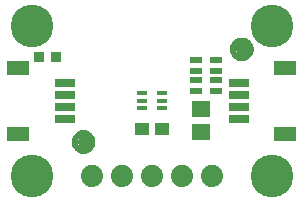
<source format=gbr>
G04 EAGLE Gerber RS-274X export*
G75*
%MOMM*%
%FSLAX34Y34*%
%LPD*%
%INSoldermask Top*%
%IPPOS*%
%AMOC8*
5,1,8,0,0,1.08239X$1,22.5*%
G01*
%ADD10R,1.601600X1.341600*%
%ADD11R,1.176600X1.101600*%
%ADD12R,1.001600X0.551600*%
%ADD13C,3.617600*%
%ADD14R,1.651600X0.701600*%
%ADD15R,1.901600X1.301600*%
%ADD16C,1.101600*%
%ADD17C,0.469900*%
%ADD18R,0.901600X0.901600*%
%ADD19C,1.879600*%
%ADD20R,0.901600X0.451600*%


D10*
X168275Y81890D03*
X168275Y62890D03*
D11*
X135500Y64770D03*
X118500Y64770D03*
D12*
X164220Y97490D03*
X181220Y97490D03*
X164220Y106490D03*
X164220Y114490D03*
X164220Y123490D03*
X181220Y123490D03*
X181220Y106490D03*
X181220Y114490D03*
D13*
X25400Y152400D03*
X228600Y152400D03*
D14*
X200920Y83900D03*
X200920Y93900D03*
X200920Y73900D03*
X200920Y103900D03*
D15*
X239920Y60900D03*
X239920Y116900D03*
D14*
X53080Y93900D03*
X53080Y83900D03*
X53080Y103900D03*
X53080Y73900D03*
D15*
X14080Y116900D03*
X14080Y60900D03*
D16*
X69215Y53975D03*
D17*
X69215Y61475D02*
X69034Y61473D01*
X68853Y61466D01*
X68672Y61455D01*
X68491Y61440D01*
X68311Y61420D01*
X68131Y61396D01*
X67952Y61368D01*
X67774Y61335D01*
X67597Y61298D01*
X67420Y61257D01*
X67245Y61212D01*
X67070Y61162D01*
X66897Y61108D01*
X66726Y61050D01*
X66555Y60988D01*
X66387Y60921D01*
X66220Y60851D01*
X66054Y60777D01*
X65891Y60698D01*
X65730Y60616D01*
X65570Y60530D01*
X65413Y60440D01*
X65258Y60346D01*
X65105Y60249D01*
X64955Y60147D01*
X64807Y60043D01*
X64661Y59934D01*
X64519Y59823D01*
X64379Y59707D01*
X64242Y59589D01*
X64107Y59467D01*
X63976Y59342D01*
X63848Y59214D01*
X63723Y59083D01*
X63601Y58948D01*
X63483Y58811D01*
X63367Y58671D01*
X63256Y58529D01*
X63147Y58383D01*
X63043Y58235D01*
X62941Y58085D01*
X62844Y57932D01*
X62750Y57777D01*
X62660Y57620D01*
X62574Y57460D01*
X62492Y57299D01*
X62413Y57136D01*
X62339Y56970D01*
X62269Y56803D01*
X62202Y56635D01*
X62140Y56464D01*
X62082Y56293D01*
X62028Y56120D01*
X61978Y55945D01*
X61933Y55770D01*
X61892Y55593D01*
X61855Y55416D01*
X61822Y55238D01*
X61794Y55059D01*
X61770Y54879D01*
X61750Y54699D01*
X61735Y54518D01*
X61724Y54337D01*
X61717Y54156D01*
X61715Y53975D01*
X69215Y61475D02*
X69396Y61473D01*
X69577Y61466D01*
X69758Y61455D01*
X69939Y61440D01*
X70119Y61420D01*
X70299Y61396D01*
X70478Y61368D01*
X70656Y61335D01*
X70833Y61298D01*
X71010Y61257D01*
X71185Y61212D01*
X71360Y61162D01*
X71533Y61108D01*
X71704Y61050D01*
X71875Y60988D01*
X72043Y60921D01*
X72210Y60851D01*
X72376Y60777D01*
X72539Y60698D01*
X72700Y60616D01*
X72860Y60530D01*
X73017Y60440D01*
X73172Y60346D01*
X73325Y60249D01*
X73475Y60147D01*
X73623Y60043D01*
X73769Y59934D01*
X73911Y59823D01*
X74051Y59707D01*
X74188Y59589D01*
X74323Y59467D01*
X74454Y59342D01*
X74582Y59214D01*
X74707Y59083D01*
X74829Y58948D01*
X74947Y58811D01*
X75063Y58671D01*
X75174Y58529D01*
X75283Y58383D01*
X75387Y58235D01*
X75489Y58085D01*
X75586Y57932D01*
X75680Y57777D01*
X75770Y57620D01*
X75856Y57460D01*
X75938Y57299D01*
X76017Y57136D01*
X76091Y56970D01*
X76161Y56803D01*
X76228Y56635D01*
X76290Y56464D01*
X76348Y56293D01*
X76402Y56120D01*
X76452Y55945D01*
X76497Y55770D01*
X76538Y55593D01*
X76575Y55416D01*
X76608Y55238D01*
X76636Y55059D01*
X76660Y54879D01*
X76680Y54699D01*
X76695Y54518D01*
X76706Y54337D01*
X76713Y54156D01*
X76715Y53975D01*
X76713Y53794D01*
X76706Y53613D01*
X76695Y53432D01*
X76680Y53251D01*
X76660Y53071D01*
X76636Y52891D01*
X76608Y52712D01*
X76575Y52534D01*
X76538Y52357D01*
X76497Y52180D01*
X76452Y52005D01*
X76402Y51830D01*
X76348Y51657D01*
X76290Y51486D01*
X76228Y51315D01*
X76161Y51147D01*
X76091Y50980D01*
X76017Y50814D01*
X75938Y50651D01*
X75856Y50490D01*
X75770Y50330D01*
X75680Y50173D01*
X75586Y50018D01*
X75489Y49865D01*
X75387Y49715D01*
X75283Y49567D01*
X75174Y49421D01*
X75063Y49279D01*
X74947Y49139D01*
X74829Y49002D01*
X74707Y48867D01*
X74582Y48736D01*
X74454Y48608D01*
X74323Y48483D01*
X74188Y48361D01*
X74051Y48243D01*
X73911Y48127D01*
X73769Y48016D01*
X73623Y47907D01*
X73475Y47803D01*
X73325Y47701D01*
X73172Y47604D01*
X73017Y47510D01*
X72860Y47420D01*
X72700Y47334D01*
X72539Y47252D01*
X72376Y47173D01*
X72210Y47099D01*
X72043Y47029D01*
X71875Y46962D01*
X71704Y46900D01*
X71533Y46842D01*
X71360Y46788D01*
X71185Y46738D01*
X71010Y46693D01*
X70833Y46652D01*
X70656Y46615D01*
X70478Y46582D01*
X70299Y46554D01*
X70119Y46530D01*
X69939Y46510D01*
X69758Y46495D01*
X69577Y46484D01*
X69396Y46477D01*
X69215Y46475D01*
X69034Y46477D01*
X68853Y46484D01*
X68672Y46495D01*
X68491Y46510D01*
X68311Y46530D01*
X68131Y46554D01*
X67952Y46582D01*
X67774Y46615D01*
X67597Y46652D01*
X67420Y46693D01*
X67245Y46738D01*
X67070Y46788D01*
X66897Y46842D01*
X66726Y46900D01*
X66555Y46962D01*
X66387Y47029D01*
X66220Y47099D01*
X66054Y47173D01*
X65891Y47252D01*
X65730Y47334D01*
X65570Y47420D01*
X65413Y47510D01*
X65258Y47604D01*
X65105Y47701D01*
X64955Y47803D01*
X64807Y47907D01*
X64661Y48016D01*
X64519Y48127D01*
X64379Y48243D01*
X64242Y48361D01*
X64107Y48483D01*
X63976Y48608D01*
X63848Y48736D01*
X63723Y48867D01*
X63601Y49002D01*
X63483Y49139D01*
X63367Y49279D01*
X63256Y49421D01*
X63147Y49567D01*
X63043Y49715D01*
X62941Y49865D01*
X62844Y50018D01*
X62750Y50173D01*
X62660Y50330D01*
X62574Y50490D01*
X62492Y50651D01*
X62413Y50814D01*
X62339Y50980D01*
X62269Y51147D01*
X62202Y51315D01*
X62140Y51486D01*
X62082Y51657D01*
X62028Y51830D01*
X61978Y52005D01*
X61933Y52180D01*
X61892Y52357D01*
X61855Y52534D01*
X61822Y52712D01*
X61794Y52891D01*
X61770Y53071D01*
X61750Y53251D01*
X61735Y53432D01*
X61724Y53613D01*
X61717Y53794D01*
X61715Y53975D01*
D16*
X203200Y132461D03*
D17*
X203200Y139961D02*
X203019Y139959D01*
X202838Y139952D01*
X202657Y139941D01*
X202476Y139926D01*
X202296Y139906D01*
X202116Y139882D01*
X201937Y139854D01*
X201759Y139821D01*
X201582Y139784D01*
X201405Y139743D01*
X201230Y139698D01*
X201055Y139648D01*
X200882Y139594D01*
X200711Y139536D01*
X200540Y139474D01*
X200372Y139407D01*
X200205Y139337D01*
X200039Y139263D01*
X199876Y139184D01*
X199715Y139102D01*
X199555Y139016D01*
X199398Y138926D01*
X199243Y138832D01*
X199090Y138735D01*
X198940Y138633D01*
X198792Y138529D01*
X198646Y138420D01*
X198504Y138309D01*
X198364Y138193D01*
X198227Y138075D01*
X198092Y137953D01*
X197961Y137828D01*
X197833Y137700D01*
X197708Y137569D01*
X197586Y137434D01*
X197468Y137297D01*
X197352Y137157D01*
X197241Y137015D01*
X197132Y136869D01*
X197028Y136721D01*
X196926Y136571D01*
X196829Y136418D01*
X196735Y136263D01*
X196645Y136106D01*
X196559Y135946D01*
X196477Y135785D01*
X196398Y135622D01*
X196324Y135456D01*
X196254Y135289D01*
X196187Y135121D01*
X196125Y134950D01*
X196067Y134779D01*
X196013Y134606D01*
X195963Y134431D01*
X195918Y134256D01*
X195877Y134079D01*
X195840Y133902D01*
X195807Y133724D01*
X195779Y133545D01*
X195755Y133365D01*
X195735Y133185D01*
X195720Y133004D01*
X195709Y132823D01*
X195702Y132642D01*
X195700Y132461D01*
X203200Y139961D02*
X203381Y139959D01*
X203562Y139952D01*
X203743Y139941D01*
X203924Y139926D01*
X204104Y139906D01*
X204284Y139882D01*
X204463Y139854D01*
X204641Y139821D01*
X204818Y139784D01*
X204995Y139743D01*
X205170Y139698D01*
X205345Y139648D01*
X205518Y139594D01*
X205689Y139536D01*
X205860Y139474D01*
X206028Y139407D01*
X206195Y139337D01*
X206361Y139263D01*
X206524Y139184D01*
X206685Y139102D01*
X206845Y139016D01*
X207002Y138926D01*
X207157Y138832D01*
X207310Y138735D01*
X207460Y138633D01*
X207608Y138529D01*
X207754Y138420D01*
X207896Y138309D01*
X208036Y138193D01*
X208173Y138075D01*
X208308Y137953D01*
X208439Y137828D01*
X208567Y137700D01*
X208692Y137569D01*
X208814Y137434D01*
X208932Y137297D01*
X209048Y137157D01*
X209159Y137015D01*
X209268Y136869D01*
X209372Y136721D01*
X209474Y136571D01*
X209571Y136418D01*
X209665Y136263D01*
X209755Y136106D01*
X209841Y135946D01*
X209923Y135785D01*
X210002Y135622D01*
X210076Y135456D01*
X210146Y135289D01*
X210213Y135121D01*
X210275Y134950D01*
X210333Y134779D01*
X210387Y134606D01*
X210437Y134431D01*
X210482Y134256D01*
X210523Y134079D01*
X210560Y133902D01*
X210593Y133724D01*
X210621Y133545D01*
X210645Y133365D01*
X210665Y133185D01*
X210680Y133004D01*
X210691Y132823D01*
X210698Y132642D01*
X210700Y132461D01*
X210698Y132280D01*
X210691Y132099D01*
X210680Y131918D01*
X210665Y131737D01*
X210645Y131557D01*
X210621Y131377D01*
X210593Y131198D01*
X210560Y131020D01*
X210523Y130843D01*
X210482Y130666D01*
X210437Y130491D01*
X210387Y130316D01*
X210333Y130143D01*
X210275Y129972D01*
X210213Y129801D01*
X210146Y129633D01*
X210076Y129466D01*
X210002Y129300D01*
X209923Y129137D01*
X209841Y128976D01*
X209755Y128816D01*
X209665Y128659D01*
X209571Y128504D01*
X209474Y128351D01*
X209372Y128201D01*
X209268Y128053D01*
X209159Y127907D01*
X209048Y127765D01*
X208932Y127625D01*
X208814Y127488D01*
X208692Y127353D01*
X208567Y127222D01*
X208439Y127094D01*
X208308Y126969D01*
X208173Y126847D01*
X208036Y126729D01*
X207896Y126613D01*
X207754Y126502D01*
X207608Y126393D01*
X207460Y126289D01*
X207310Y126187D01*
X207157Y126090D01*
X207002Y125996D01*
X206845Y125906D01*
X206685Y125820D01*
X206524Y125738D01*
X206361Y125659D01*
X206195Y125585D01*
X206028Y125515D01*
X205860Y125448D01*
X205689Y125386D01*
X205518Y125328D01*
X205345Y125274D01*
X205170Y125224D01*
X204995Y125179D01*
X204818Y125138D01*
X204641Y125101D01*
X204463Y125068D01*
X204284Y125040D01*
X204104Y125016D01*
X203924Y124996D01*
X203743Y124981D01*
X203562Y124970D01*
X203381Y124963D01*
X203200Y124961D01*
X203019Y124963D01*
X202838Y124970D01*
X202657Y124981D01*
X202476Y124996D01*
X202296Y125016D01*
X202116Y125040D01*
X201937Y125068D01*
X201759Y125101D01*
X201582Y125138D01*
X201405Y125179D01*
X201230Y125224D01*
X201055Y125274D01*
X200882Y125328D01*
X200711Y125386D01*
X200540Y125448D01*
X200372Y125515D01*
X200205Y125585D01*
X200039Y125659D01*
X199876Y125738D01*
X199715Y125820D01*
X199555Y125906D01*
X199398Y125996D01*
X199243Y126090D01*
X199090Y126187D01*
X198940Y126289D01*
X198792Y126393D01*
X198646Y126502D01*
X198504Y126613D01*
X198364Y126729D01*
X198227Y126847D01*
X198092Y126969D01*
X197961Y127094D01*
X197833Y127222D01*
X197708Y127353D01*
X197586Y127488D01*
X197468Y127625D01*
X197352Y127765D01*
X197241Y127907D01*
X197132Y128053D01*
X197028Y128201D01*
X196926Y128351D01*
X196829Y128504D01*
X196735Y128659D01*
X196645Y128816D01*
X196559Y128976D01*
X196477Y129137D01*
X196398Y129300D01*
X196324Y129466D01*
X196254Y129633D01*
X196187Y129801D01*
X196125Y129972D01*
X196067Y130143D01*
X196013Y130316D01*
X195963Y130491D01*
X195918Y130666D01*
X195877Y130843D01*
X195840Y131020D01*
X195807Y131198D01*
X195779Y131377D01*
X195755Y131557D01*
X195735Y131737D01*
X195720Y131918D01*
X195709Y132099D01*
X195702Y132280D01*
X195700Y132461D01*
D13*
X25400Y25400D03*
X228600Y25400D03*
D18*
X31235Y126365D03*
X46235Y126365D03*
D19*
X76200Y25400D03*
X101600Y25400D03*
X127000Y25400D03*
X152400Y25400D03*
X177800Y25400D03*
D20*
X135500Y82400D03*
X135500Y88900D03*
X135500Y95400D03*
X118500Y95400D03*
X118500Y88900D03*
X118500Y82400D03*
M02*

</source>
